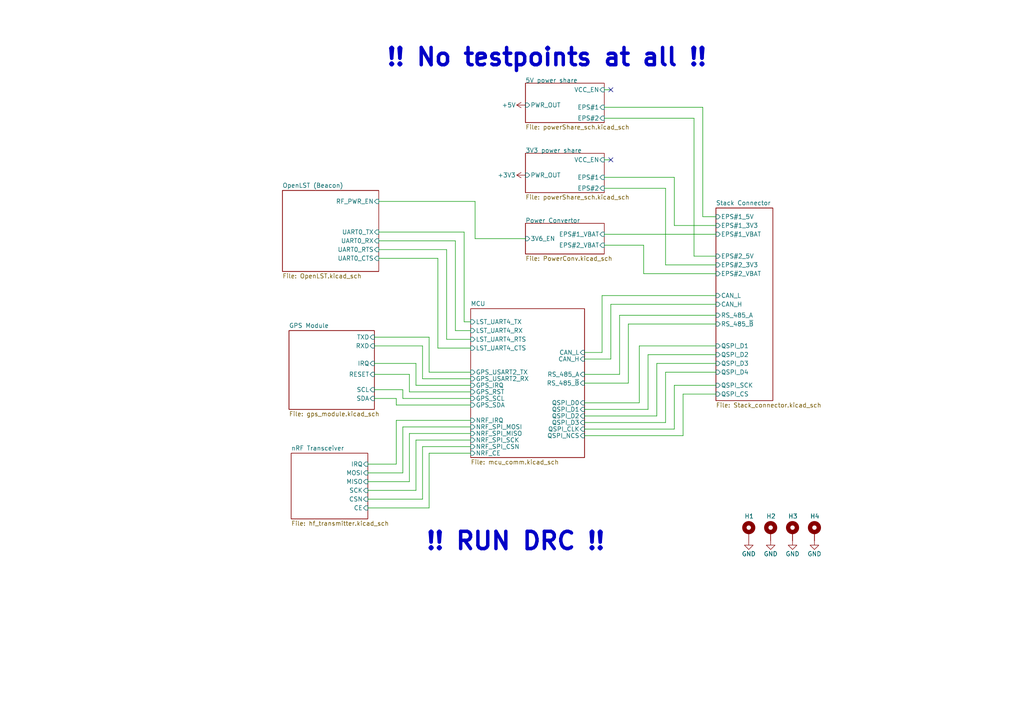
<source format=kicad_sch>
(kicad_sch (version 20210621) (generator eeschema)
  (paper "A4")
  (title_block (title "BUTCube - Communication Module") (date "2021-11-18") (rev "v0.2") (company "VUT - FIT(STRaDe) & FME(IAE & IPE)") (comment 1 "Author: Štěpán Rydlo"))
  (lib_symbols
    (symbol "Mechanical:MountingHole_Pad" (pin_numbers hide) (pin_names (offset 1.016) hide)
      (property "Reference" "H" (at 0 6.35 0))
      (property "Value" "MountingHole_Pad" (at 0 4.445 0))
      (symbol "MountingHole_Pad_0_1"
        (circle (center 0 1.27) (radius 1.27) (stroke (width 1.27)))
      )
      (symbol "MountingHole_Pad_1_1"
        (pin input line (at 0 -2.54 90) (length 2.54) (name "1") (number "1"))
      )
    )
    (symbol "power:+3V3" (power) (pin_names (offset 0))
      (property "Value" "+3V3" (at 0 3.556 0))
      (symbol "+3V3_0_1"
        (polyline (pts (xy -0.762 1.27) (xy 0 2.54)))
        (polyline (pts (xy 0 0) (xy 0 2.54)))
        (polyline (pts (xy 0 2.54) (xy 0.762 1.27)))
      )
      (symbol "+3V3_1_1"
        (pin power_in line (at 0 0 90) (length 0) hide (name "+3V3") (number "1"))
      )
    )
    (symbol "power:+5V" (power) (pin_names (offset 0))
      (property "Value" "+5V" (at 0 3.556 0))
      (symbol "+5V_0_1"
        (polyline (pts (xy -0.762 1.27) (xy 0 2.54)))
        (polyline (pts (xy 0 0) (xy 0 2.54)))
        (polyline (pts (xy 0 2.54) (xy 0.762 1.27)))
      )
      (symbol "+5V_1_1"
        (pin power_in line (at 0 0 90) (length 0) hide (name "+5V") (number "1"))
      )
    )
    (symbol "power:GND" (power) (pin_names (offset 0))
      (property "Value" "GND" (at 0 -3.81 0))
      (symbol "GND_0_1"
        (polyline (pts (xy 0 0) (xy 0 -1.27) (xy 1.27 -1.27) (xy 0 -2.54) (xy -1.27 -1.27) (xy 0 -1.27)))
      )
      (symbol "GND_1_1"
        (pin power_in line (at 0 0 270) (length 0) hide (name "GND") (number "1"))
      )
    )
  )
  (no_connect (at 177.165 26.035))
  (no_connect (at 177.165 46.355))
  (wire (pts (xy 108.585 100.33) (xy 122.555 100.33)))
  (wire (pts (xy 108.585 108.585) (xy 118.745 108.585)))
  (wire (pts (xy 108.585 115.57) (xy 114.935 115.57)))
  (wire (pts (xy 109.855 58.42) (xy 137.795 58.42)))
  (wire (pts (xy 109.855 69.85) (xy 132.08 69.85)))
  (wire (pts (xy 109.855 74.93) (xy 127 74.93)))
  (wire (pts (xy 114.935 115.57) (xy 114.935 117.475)))
  (wire (pts (xy 114.935 117.475) (xy 136.525 117.475)))
  (wire (pts (xy 114.935 121.92) (xy 114.935 134.62)))
  (wire (pts (xy 114.935 134.62) (xy 106.68 134.62)))
  (wire (pts (xy 116.84 113.03) (xy 108.585 113.03)))
  (wire (pts (xy 116.84 115.57) (xy 116.84 113.03)))
  (wire (pts (xy 116.84 123.825) (xy 116.84 137.16)))
  (wire (pts (xy 116.84 137.16) (xy 106.68 137.16)))
  (wire (pts (xy 118.745 108.585) (xy 118.745 113.665)))
  (wire (pts (xy 118.745 113.665) (xy 136.525 113.665)))
  (wire (pts (xy 118.745 125.73) (xy 118.745 139.7)))
  (wire (pts (xy 118.745 139.7) (xy 106.68 139.7)))
  (wire (pts (xy 120.65 105.41) (xy 108.585 105.41)))
  (wire (pts (xy 120.65 111.76) (xy 120.65 105.41)))
  (wire (pts (xy 120.65 127.635) (xy 120.65 142.24)))
  (wire (pts (xy 120.65 142.24) (xy 106.68 142.24)))
  (wire (pts (xy 122.555 100.33) (xy 122.555 109.855)))
  (wire (pts (xy 122.555 109.855) (xy 136.525 109.855)))
  (wire (pts (xy 122.555 129.54) (xy 122.555 144.78)))
  (wire (pts (xy 122.555 144.78) (xy 106.68 144.78)))
  (wire (pts (xy 124.46 97.79) (xy 108.585 97.79)))
  (wire (pts (xy 124.46 107.95) (xy 124.46 97.79)))
  (wire (pts (xy 124.46 131.445) (xy 124.46 147.32)))
  (wire (pts (xy 124.46 147.32) (xy 106.68 147.32)))
  (wire (pts (xy 127 74.93) (xy 127 100.965)))
  (wire (pts (xy 127 100.965) (xy 136.525 100.965)))
  (wire (pts (xy 129.54 72.39) (xy 109.855 72.39)))
  (wire (pts (xy 129.54 98.425) (xy 129.54 72.39)))
  (wire (pts (xy 132.08 69.85) (xy 132.08 95.885)))
  (wire (pts (xy 132.08 95.885) (xy 136.525 95.885)))
  (wire (pts (xy 134.62 67.31) (xy 109.855 67.31)))
  (wire (pts (xy 134.62 93.345) (xy 134.62 67.31)))
  (wire (pts (xy 136.525 93.345) (xy 134.62 93.345)))
  (wire (pts (xy 136.525 98.425) (xy 129.54 98.425)))
  (wire (pts (xy 136.525 107.95) (xy 124.46 107.95)))
  (wire (pts (xy 136.525 111.76) (xy 120.65 111.76)))
  (wire (pts (xy 136.525 115.57) (xy 116.84 115.57)))
  (wire (pts (xy 136.525 121.92) (xy 114.935 121.92)))
  (wire (pts (xy 136.525 123.825) (xy 116.84 123.825)))
  (wire (pts (xy 136.525 125.73) (xy 118.745 125.73)))
  (wire (pts (xy 136.525 127.635) (xy 120.65 127.635)))
  (wire (pts (xy 136.525 129.54) (xy 122.555 129.54)))
  (wire (pts (xy 136.525 131.445) (xy 124.46 131.445)))
  (wire (pts (xy 137.795 69.215) (xy 137.795 58.42)))
  (wire (pts (xy 152.4 69.215) (xy 137.795 69.215)))
  (wire (pts (xy 169.545 102.235) (xy 174.625 102.235)))
  (wire (pts (xy 169.545 104.14) (xy 177.165 104.14)))
  (wire (pts (xy 169.545 108.585) (xy 179.705 108.585)))
  (wire (pts (xy 169.545 111.125) (xy 182.245 111.125)))
  (wire (pts (xy 169.545 116.84) (xy 185.42 116.84)))
  (wire (pts (xy 169.545 120.65) (xy 190.5 120.65)))
  (wire (pts (xy 169.545 124.46) (xy 195.58 124.46)))
  (wire (pts (xy 174.625 85.725) (xy 207.645 85.725)))
  (wire (pts (xy 174.625 102.235) (xy 174.625 85.725)))
  (wire (pts (xy 175.26 67.945) (xy 207.645 67.945)))
  (wire (pts (xy 177.165 26.035) (xy 175.26 26.035)))
  (wire (pts (xy 177.165 46.355) (xy 175.26 46.355)))
  (wire (pts (xy 177.165 88.265) (xy 207.645 88.265)))
  (wire (pts (xy 177.165 104.14) (xy 177.165 88.265)))
  (wire (pts (xy 179.705 91.44) (xy 207.645 91.44)))
  (wire (pts (xy 179.705 108.585) (xy 179.705 91.44)))
  (wire (pts (xy 182.245 93.98) (xy 207.645 93.98)))
  (wire (pts (xy 182.245 111.125) (xy 182.245 93.98)))
  (wire (pts (xy 185.42 100.33) (xy 207.645 100.33)))
  (wire (pts (xy 185.42 116.84) (xy 185.42 100.33)))
  (wire (pts (xy 186.69 71.12) (xy 175.26 71.12)))
  (wire (pts (xy 186.69 79.375) (xy 186.69 71.12)))
  (wire (pts (xy 187.96 102.87) (xy 187.96 118.745)))
  (wire (pts (xy 187.96 118.745) (xy 169.545 118.745)))
  (wire (pts (xy 190.5 105.41) (xy 207.645 105.41)))
  (wire (pts (xy 190.5 120.65) (xy 190.5 105.41)))
  (wire (pts (xy 193.04 54.61) (xy 175.26 54.61)))
  (wire (pts (xy 193.04 76.835) (xy 193.04 54.61)))
  (wire (pts (xy 193.04 107.95) (xy 193.04 122.555)))
  (wire (pts (xy 193.04 122.555) (xy 169.545 122.555)))
  (wire (pts (xy 195.58 51.435) (xy 175.26 51.435)))
  (wire (pts (xy 195.58 65.405) (xy 195.58 51.435)))
  (wire (pts (xy 195.58 111.76) (xy 207.645 111.76)))
  (wire (pts (xy 195.58 124.46) (xy 195.58 111.76)))
  (wire (pts (xy 198.12 114.3) (xy 198.12 126.365)))
  (wire (pts (xy 198.12 126.365) (xy 169.545 126.365)))
  (wire (pts (xy 201.295 34.29) (xy 175.26 34.29)))
  (wire (pts (xy 201.295 74.295) (xy 201.295 34.29)))
  (wire (pts (xy 201.295 74.295) (xy 207.645 74.295)))
  (wire (pts (xy 203.835 31.115) (xy 175.26 31.115)))
  (wire (pts (xy 203.835 62.865) (xy 203.835 31.115)))
  (wire (pts (xy 203.835 62.865) (xy 207.645 62.865)))
  (wire (pts (xy 207.645 65.405) (xy 195.58 65.405)))
  (wire (pts (xy 207.645 76.835) (xy 193.04 76.835)))
  (wire (pts (xy 207.645 79.375) (xy 186.69 79.375)))
  (wire (pts (xy 207.645 102.87) (xy 187.96 102.87)))
  (wire (pts (xy 207.645 107.95) (xy 193.04 107.95)))
  (wire (pts (xy 207.645 114.3) (xy 198.12 114.3)))
  (text "!! No testpoints at all !!" (at 111.76 19.685 0) (effects (font (size 5 5) (thickness 1) bold) (justify left bottom)))
  (text "!! RUN DRC !!" (at 123.19 160.02 0) (effects (font (size 5 5) (thickness 1) bold) (justify left bottom)))
  (symbol (lib_id "power:+5V") (at 152.4 30.48 90) (unit 1)
    (property "Reference" "#PWR0140" (effects hide))
    (property "Value" "+5V" (at 147.574 30.48 90))
  )
  (symbol (lib_id "power:+3V3") (at 152.4 50.8 90) (unit 1)
    (property "Reference" "#PWR0145" (effects hide))
    (property "Value" "+3V3" (at 146.939 50.8 90))
  )
  (symbol (lib_id "power:GND") (at 217.17 156.845 0) (unit 1)
    (property "Reference" "#PWR01" (effects hide))
    (property "Value" "GND" (at 217.17 160.655 0))
  )
  (symbol (lib_id "power:GND") (at 223.52 156.845 0) (unit 1)
    (property "Reference" "#PWR03" (effects hide))
    (property "Value" "GND" (at 223.52 160.655 0))
  )
  (symbol (lib_id "power:GND") (at 229.87 156.845 0) (unit 1)
    (property "Reference" "#PWR04" (effects hide))
    (property "Value" "GND" (at 229.87 160.655 0))
  )
  (symbol (lib_id "power:GND") (at 236.22 156.845 0) (unit 1)
    (property "Reference" "#PWR05" (effects hide))
    (property "Value" "GND" (at 236.22 160.655 0))
  )
  (symbol (lib_id "Mechanical:MountingHole_Pad") (at 217.17 154.305 0) (unit 1)
    (property "Reference" "H1" (at 215.9 149.7329 0) (effects (justify left)))
    (property "Value" "MountingHole_Pad" (effects hide))
  )
  (symbol (lib_id "Mechanical:MountingHole_Pad") (at 223.52 154.305 0) (unit 1)
    (property "Reference" "H2" (at 222.25 149.7329 0) (effects (justify left)))
    (property "Value" "MountingHole_Pad" (effects hide))
  )
  (symbol (lib_id "Mechanical:MountingHole_Pad") (at 229.87 154.305 0) (unit 1)
    (property "Reference" "H3" (at 228.6 149.7329 0) (effects (justify left)))
    (property "Value" "MountingHole_Pad" (effects hide))
  )
  (symbol (lib_id "Mechanical:MountingHole_Pad") (at 236.22 154.305 0) (unit 1)
    (property "Reference" "H4" (at 234.95 149.7329 0) (effects (justify left)))
    (property "Value" "MountingHole_Pad" (effects hide))
  )
  (sheet (at 152.4 44.45) (size 22.86 11.43) (stroke (width 0.1524))
    (property "Název listu" "3V3 power share" (at 152.4 44.3734 0) (effects (justify left bottom)))
    (property "Soubor listu" "powerShare_sch.kicad_sch" (at 152.4 56.4646 0) (effects (justify left top)))
    (pin "PWR_OUT" input (at 152.4 50.8 180))
    (pin "EPS#1" input (at 175.26 51.435 0))
    (pin "EPS#2" input (at 175.26 54.61 0))
    (pin "VCC_EN" input (at 175.26 46.355 0))
  )
  (sheet (at 152.4 24.13) (size 22.86 11.43) (stroke (width 0.1524))
    (property "Název listu" "5V power share" (at 152.4 24.0534 0) (effects (justify left bottom)))
    (property "Soubor listu" "powerShare_sch.kicad_sch" (at 152.4 36.1446 0) (effects (justify left top)))
    (pin "PWR_OUT" input (at 152.4 30.48 180))
    (pin "EPS#1" input (at 175.26 31.115 0))
    (pin "EPS#2" input (at 175.26 34.29 0))
    (pin "VCC_EN" input (at 175.26 26.035 0))
  )
  (sheet (at 83.82 95.885) (size 24.765 22.86) (stroke (width 0.1524))
    (property "Název listu" "GPS Module" (at 83.82 95.1734 0) (effects (justify left bottom)))
    (property "Soubor listu" "gps_module.kicad_sch" (at 83.82 119.3296 0) (effects (justify left top)))
    (pin "RESET" input (at 108.585 108.585 0))
    (pin "SCL" input (at 108.585 113.03 0))
    (pin "SDA" input (at 108.585 115.57 0))
    (pin "RXD" input (at 108.585 100.33 0))
    (pin "TXD" input (at 108.585 97.79 0))
    (pin "IRQ" input (at 108.585 105.41 0))
  )
  (sheet (at 136.525 89.535) (size 33.02 43.18) (stroke (width 0.1524))
    (property "Název listu" "MCU" (at 136.525 88.8234 0) (effects (justify left bottom)))
    (property "Soubor listu" "mcu_comm.kicad_sch" (at 136.525 133.2996 0) (effects (justify left top)))
    (pin "RS_485_A" input (at 169.545 108.585 0))
    (pin "RS_485_~{B}" input (at 169.545 111.125 0))
    (pin "CAN_L" input (at 169.545 102.235 0))
    (pin "CAN_H" input (at 169.545 104.14 0))
    (pin "QSPI_CLK" input (at 169.545 124.46 0))
    (pin "QSPI_NCS" input (at 169.545 126.365 0))
    (pin "QSPI_D1" input (at 169.545 118.745 0))
    (pin "QSPI_D0" input (at 169.545 116.84 0))
    (pin "QSPI_D3" input (at 169.545 122.555 0))
    (pin "QSPI_D2" input (at 169.545 120.65 0))
    (pin "NRF_SPI_SCK" input (at 136.525 127.635 180))
    (pin "GPS_RST" input (at 136.525 113.665 180))
    (pin "NRF_SPI_CSN" input (at 136.525 129.54 180))
    (pin "NRF_SPI_MISO" input (at 136.525 125.73 180))
    (pin "NRF_SPI_MOSI" input (at 136.525 123.825 180))
    (pin "GPS_SCL" input (at 136.525 115.57 180))
    (pin "GPS_SDA" input (at 136.525 117.475 180))
    (pin "LST_UART4_RTS" input (at 136.525 98.425 180))
    (pin "LST_UART4_RX" input (at 136.525 95.885 180))
    (pin "GPS_USART2_TX" input (at 136.525 107.95 180))
    (pin "GPS_USART2_RX" input (at 136.525 109.855 180))
    (pin "LST_UART4_TX" input (at 136.525 93.345 180))
    (pin "LST_UART4_CTS" input (at 136.525 100.965 180))
    (pin "NRF_CE" input (at 136.525 131.445 180))
    (pin "NRF_IRQ" input (at 136.525 121.92 180))
    (pin "GPS_IRQ" input (at 136.525 111.76 180))
  )
  (sheet (at 81.915 55.245) (size 27.94 23.495) (stroke (width 0.1524))
    (property "Název listu" "OpenLST (Beacon)" (at 81.915 54.5334 0) (effects (justify left bottom)))
    (property "Soubor listu" "OpenLST.kicad_sch" (at 81.915 79.3246 0) (effects (justify left top)))
    (pin "UART0_CTS" input (at 109.855 74.93 0))
    (pin "UART0_RTS" input (at 109.855 72.39 0))
    (pin "UART0_RX" input (at 109.855 69.85 0))
    (pin "UART0_TX" input (at 109.855 67.31 0))
    (pin "RF_PWR_EN" input (at 109.855 58.42 0))
  )
  (sheet (at 152.4 64.77) (size 22.86 8.89) (stroke (width 0.1524))
    (property "Název listu" "Power Convertor" (at 152.4 64.6934 0) (effects (justify left bottom)))
    (property "Soubor listu" "PowerConv.kicad_sch" (at 152.4 74.2446 0) (effects (justify left top)))
    (pin "EPS#1_VBAT" input (at 175.26 67.945 0))
    (pin "EPS#2_VBAT" input (at 175.26 71.12 0))
    (pin "3V6_EN" input (at 152.4 69.215 180))
  )
  (sheet (at 207.645 60.325) (size 16.51 55.88) (stroke (width 0.1524))
    (property "Název listu" "Stack Connector" (at 207.645 59.6134 0) (effects (justify left bottom)))
    (property "Soubor listu" "Stack_connector.kicad_sch" (at 207.645 116.7896 0) (effects (justify left top)))
    (pin "CAN_H" input (at 207.645 88.265 180))
    (pin "RS_485_A" input (at 207.645 91.44 180))
    (pin "EPS#1_5V" input (at 207.645 62.865 180))
    (pin "EPS#1_3V3" input (at 207.645 65.405 180))
    (pin "CAN_L" input (at 207.645 85.725 180))
    (pin "RS_485_~{B}" input (at 207.645 93.98 180))
    (pin "QSPI_D1" input (at 207.645 100.33 180))
    (pin "QSPI_SCK" input (at 207.645 111.76 180))
    (pin "EPS#2_3V3" input (at 207.645 76.835 180))
    (pin "EPS#2_5V" input (at 207.645 74.295 180))
    (pin "QSPI_CS" input (at 207.645 114.3 180))
    (pin "QSPI_D2" input (at 207.645 102.87 180))
    (pin "QSPI_D3" input (at 207.645 105.41 180))
    (pin "QSPI_D4" input (at 207.645 107.95 180))
    (pin "EPS#1_VBAT" input (at 207.645 67.945 180))
    (pin "EPS#2_VBAT" input (at 207.645 79.375 180))
  )
  (sheet (at 84.455 131.445) (size 22.225 19.05) (stroke (width 0.1524))
    (property "Název listu" "nRF Transceiver" (at 84.455 130.7334 0) (effects (justify left bottom)))
    (property "Soubor listu" "hf_transmitter.kicad_sch" (at 84.455 151.0796 0) (effects (justify left top)))
    (pin "MOSI" input (at 106.68 137.16 0))
    (pin "MISO" input (at 106.68 139.7 0))
    (pin "SCK" input (at 106.68 142.24 0))
    (pin "CE" input (at 106.68 147.32 0))
    (pin "IRQ" input (at 106.68 134.62 0))
    (pin "CSN" input (at 106.68 144.78 0))
  )
)
</source>
